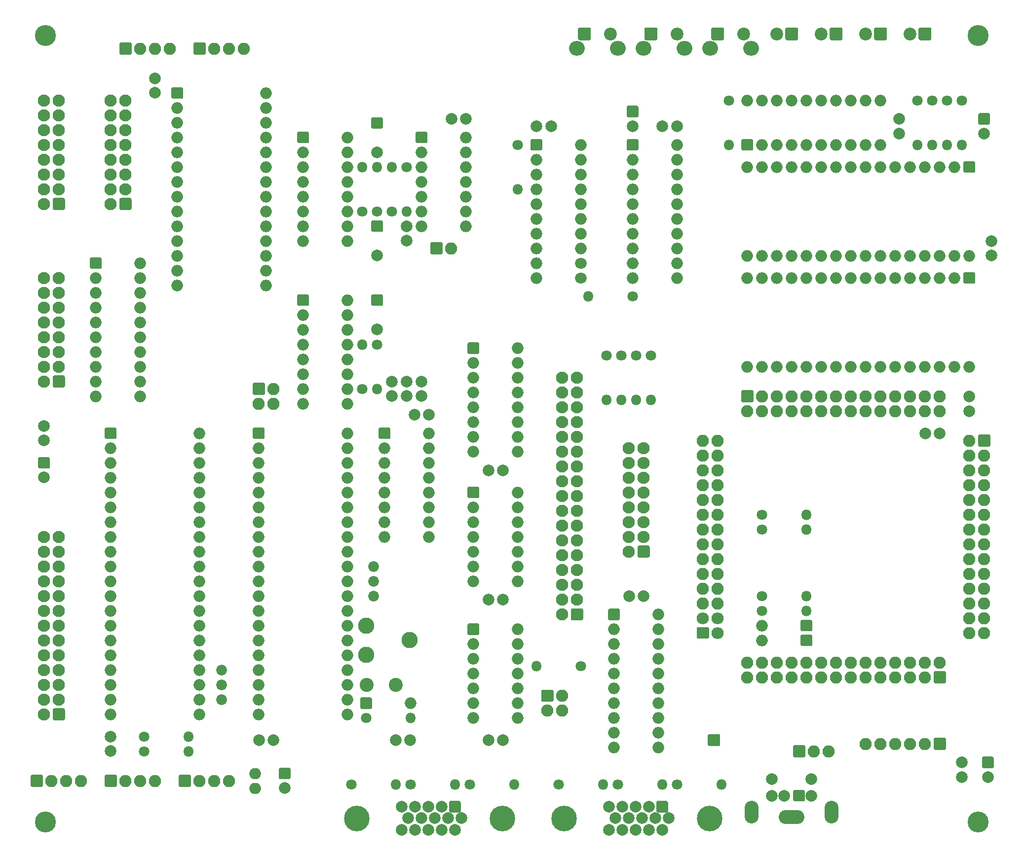
<source format=gbs>
%TF.GenerationSoftware,KiCad,Pcbnew,5.1.12-84ad8e8a86~92~ubuntu18.04.1*%
%TF.CreationDate,2022-10-23T22:52:00+01:00*%
%TF.ProjectId,nascom_ng,6e617363-6f6d-45f6-9e67-2e6b69636164,rev?*%
%TF.SameCoordinates,Original*%
%TF.FileFunction,Soldermask,Bot*%
%TF.FilePolarity,Negative*%
%FSLAX46Y46*%
G04 Gerber Fmt 4.6, Leading zero omitted, Abs format (unit mm)*
G04 Created by KiCad (PCBNEW 5.1.12-84ad8e8a86~92~ubuntu18.04.1) date 2022-10-23 22:52:00*
%MOMM*%
%LPD*%
G01*
G04 APERTURE LIST*
%ADD10O,1.800000X1.800000*%
%ADD11C,1.800000*%
%ADD12C,2.000000*%
%ADD13O,2.000000X2.000000*%
%ADD14O,2.100000X2.100000*%
%ADD15O,4.400000X2.400000*%
%ADD16O,2.400000X3.900000*%
%ADD17O,2.000000X1.839000*%
%ADD18C,2.200000*%
%ADD19O,2.700000X2.500000*%
%ADD20C,2.100000*%
%ADD21C,3.600000*%
%ADD22C,2.400000*%
%ADD23O,2.000000X1.950000*%
%ADD24C,2.800000*%
%ADD25C,1.840000*%
%ADD26C,4.400000*%
%ADD27O,2.100000X2.000000*%
G04 APERTURE END LIST*
%TO.C,J100*%
G36*
G01*
X145635000Y-148805000D02*
X145635000Y-147105000D01*
G75*
G02*
X145835000Y-146905000I200000J0D01*
G01*
X147535000Y-146905000D01*
G75*
G02*
X147735000Y-147105000I0J-200000D01*
G01*
X147735000Y-148805000D01*
G75*
G02*
X147535000Y-149005000I-200000J0D01*
G01*
X145835000Y-149005000D01*
G75*
G02*
X145635000Y-148805000I0J200000D01*
G01*
G37*
%TD*%
D10*
%TO.C,R101*%
X162560000Y-111760000D03*
D11*
X154940000Y-111760000D03*
%TD*%
D10*
%TO.C,R100*%
X162560000Y-109220000D03*
D11*
X154940000Y-109220000D03*
%TD*%
D10*
%TO.C,R102*%
X113030000Y-53340000D03*
D11*
X113030000Y-45720000D03*
%TD*%
D12*
%TO.C,C2*%
X132715000Y-42505000D03*
G36*
G01*
X131915000Y-39005000D02*
X133515000Y-39005000D01*
G75*
G02*
X133715000Y-39205000I0J-200000D01*
G01*
X133715000Y-40805000D01*
G75*
G02*
X133515000Y-41005000I-200000J0D01*
G01*
X131915000Y-41005000D01*
G75*
G02*
X131715000Y-40805000I0J200000D01*
G01*
X131715000Y-39205000D01*
G75*
G02*
X131915000Y-39005000I200000J0D01*
G01*
G37*
%TD*%
%TO.C,C3*%
X193040000Y-43775000D03*
G36*
G01*
X192240000Y-40275000D02*
X193840000Y-40275000D01*
G75*
G02*
X194040000Y-40475000I0J-200000D01*
G01*
X194040000Y-42075000D01*
G75*
G02*
X193840000Y-42275000I-200000J0D01*
G01*
X192240000Y-42275000D01*
G75*
G02*
X192040000Y-42075000I0J200000D01*
G01*
X192040000Y-40475000D01*
G75*
G02*
X192240000Y-40275000I200000J0D01*
G01*
G37*
%TD*%
D13*
%TO.C,U15*%
X113030000Y-105410000D03*
X105410000Y-120650000D03*
X113030000Y-107950000D03*
X105410000Y-118110000D03*
X113030000Y-110490000D03*
X105410000Y-115570000D03*
X113030000Y-113030000D03*
X105410000Y-113030000D03*
X113030000Y-115570000D03*
X105410000Y-110490000D03*
X113030000Y-118110000D03*
X105410000Y-107950000D03*
X113030000Y-120650000D03*
G36*
G01*
X104410000Y-106210000D02*
X104410000Y-104610000D01*
G75*
G02*
X104610000Y-104410000I200000J0D01*
G01*
X106210000Y-104410000D01*
G75*
G02*
X106410000Y-104610000I0J-200000D01*
G01*
X106410000Y-106210000D01*
G75*
G02*
X106210000Y-106410000I-200000J0D01*
G01*
X104610000Y-106410000D01*
G75*
G02*
X104410000Y-106210000I0J200000D01*
G01*
G37*
%TD*%
D12*
%TO.C,C29*%
X73025000Y-156170000D03*
G36*
G01*
X72225000Y-152670000D02*
X73825000Y-152670000D01*
G75*
G02*
X74025000Y-152870000I0J-200000D01*
G01*
X74025000Y-154470000D01*
G75*
G02*
X73825000Y-154670000I-200000J0D01*
G01*
X72225000Y-154670000D01*
G75*
G02*
X72025000Y-154470000I0J200000D01*
G01*
X72025000Y-152870000D01*
G75*
G02*
X72225000Y-152670000I200000J0D01*
G01*
G37*
%TD*%
%TO.C,C20*%
X31750000Y-102830000D03*
G36*
G01*
X30950000Y-99330000D02*
X32550000Y-99330000D01*
G75*
G02*
X32750000Y-99530000I0J-200000D01*
G01*
X32750000Y-101130000D01*
G75*
G02*
X32550000Y-101330000I-200000J0D01*
G01*
X30950000Y-101330000D01*
G75*
G02*
X30750000Y-101130000I0J200000D01*
G01*
X30750000Y-99530000D01*
G75*
G02*
X30950000Y-99330000I200000J0D01*
G01*
G37*
%TD*%
D14*
%TO.C,J15*%
X50800000Y-154940000D03*
X48260000Y-154940000D03*
X45720000Y-154940000D03*
G36*
G01*
X44030000Y-155990000D02*
X42330000Y-155990000D01*
G75*
G02*
X42130000Y-155790000I0J200000D01*
G01*
X42130000Y-154090000D01*
G75*
G02*
X42330000Y-153890000I200000J0D01*
G01*
X44030000Y-153890000D01*
G75*
G02*
X44230000Y-154090000I0J-200000D01*
G01*
X44230000Y-155790000D01*
G75*
G02*
X44030000Y-155990000I-200000J0D01*
G01*
G37*
%TD*%
D13*
%TO.C,U1*%
X69850000Y-36830000D03*
X54610000Y-69850000D03*
X69850000Y-39370000D03*
X54610000Y-67310000D03*
X69850000Y-41910000D03*
X54610000Y-64770000D03*
X69850000Y-44450000D03*
X54610000Y-62230000D03*
X69850000Y-46990000D03*
X54610000Y-59690000D03*
X69850000Y-49530000D03*
X54610000Y-57150000D03*
X69850000Y-52070000D03*
X54610000Y-54610000D03*
X69850000Y-54610000D03*
X54610000Y-52070000D03*
X69850000Y-57150000D03*
X54610000Y-49530000D03*
X69850000Y-59690000D03*
X54610000Y-46990000D03*
X69850000Y-62230000D03*
X54610000Y-44450000D03*
X69850000Y-64770000D03*
X54610000Y-41910000D03*
X69850000Y-67310000D03*
X54610000Y-39370000D03*
X69850000Y-69850000D03*
G36*
G01*
X53610000Y-37630000D02*
X53610000Y-36030000D01*
G75*
G02*
X53810000Y-35830000I200000J0D01*
G01*
X55410000Y-35830000D01*
G75*
G02*
X55610000Y-36030000I0J-200000D01*
G01*
X55610000Y-37630000D01*
G75*
G02*
X55410000Y-37830000I-200000J0D01*
G01*
X53810000Y-37830000D01*
G75*
G02*
X53610000Y-37630000I0J200000D01*
G01*
G37*
%TD*%
%TO.C,U10*%
X83820000Y-72390000D03*
X76200000Y-90170000D03*
X83820000Y-74930000D03*
X76200000Y-87630000D03*
X83820000Y-77470000D03*
X76200000Y-85090000D03*
X83820000Y-80010000D03*
X76200000Y-82550000D03*
X83820000Y-82550000D03*
X76200000Y-80010000D03*
X83820000Y-85090000D03*
X76200000Y-77470000D03*
X83820000Y-87630000D03*
X76200000Y-74930000D03*
X83820000Y-90170000D03*
G36*
G01*
X75200000Y-73190000D02*
X75200000Y-71590000D01*
G75*
G02*
X75400000Y-71390000I200000J0D01*
G01*
X77000000Y-71390000D01*
G75*
G02*
X77200000Y-71590000I0J-200000D01*
G01*
X77200000Y-73190000D01*
G75*
G02*
X77000000Y-73390000I-200000J0D01*
G01*
X75400000Y-73390000D01*
G75*
G02*
X75200000Y-73190000I0J200000D01*
G01*
G37*
%TD*%
D15*
%TO.C,J13*%
X159990000Y-161130000D03*
D12*
X156590000Y-154680000D03*
X163390000Y-154680000D03*
X156590000Y-157480000D03*
X163390000Y-157480000D03*
X158690000Y-157480000D03*
G36*
G01*
X160290000Y-158280000D02*
X160290000Y-156680000D01*
G75*
G02*
X160490000Y-156480000I200000J0D01*
G01*
X162090000Y-156480000D01*
G75*
G02*
X162290000Y-156680000I0J-200000D01*
G01*
X162290000Y-158280000D01*
G75*
G02*
X162090000Y-158480000I-200000J0D01*
G01*
X160490000Y-158480000D01*
G75*
G02*
X160290000Y-158280000I0J200000D01*
G01*
G37*
D16*
X166840000Y-160330000D03*
X153140000Y-160330000D03*
%TD*%
D10*
%TO.C,R19*%
X116205000Y-135255000D03*
D11*
X123825000Y-135255000D03*
%TD*%
D10*
%TO.C,R10*%
X125095000Y-71755000D03*
D11*
X132715000Y-71755000D03*
%TD*%
D12*
%TO.C,C12*%
X88900000Y-77390000D03*
G36*
G01*
X88100000Y-71390000D02*
X89700000Y-71390000D01*
G75*
G02*
X89900000Y-71590000I0J-200000D01*
G01*
X89900000Y-73190000D01*
G75*
G02*
X89700000Y-73390000I-200000J0D01*
G01*
X88100000Y-73390000D01*
G75*
G02*
X87900000Y-73190000I0J200000D01*
G01*
X87900000Y-71590000D01*
G75*
G02*
X88100000Y-71390000I200000J0D01*
G01*
G37*
%TD*%
D14*
%TO.C,J16*%
X63500000Y-154940000D03*
X60960000Y-154940000D03*
X58420000Y-154940000D03*
G36*
G01*
X56730000Y-155990000D02*
X55030000Y-155990000D01*
G75*
G02*
X54830000Y-155790000I0J200000D01*
G01*
X54830000Y-154090000D01*
G75*
G02*
X55030000Y-153890000I200000J0D01*
G01*
X56730000Y-153890000D01*
G75*
G02*
X56930000Y-154090000I0J-200000D01*
G01*
X56930000Y-155790000D01*
G75*
G02*
X56730000Y-155990000I-200000J0D01*
G01*
G37*
%TD*%
%TO.C,J2*%
X66040000Y-29210000D03*
X63500000Y-29210000D03*
X60960000Y-29210000D03*
G36*
G01*
X59270000Y-30260000D02*
X57570000Y-30260000D01*
G75*
G02*
X57370000Y-30060000I0J200000D01*
G01*
X57370000Y-28360000D01*
G75*
G02*
X57570000Y-28160000I200000J0D01*
G01*
X59270000Y-28160000D01*
G75*
G02*
X59470000Y-28360000I0J-200000D01*
G01*
X59470000Y-30060000D01*
G75*
G02*
X59270000Y-30260000I-200000J0D01*
G01*
G37*
%TD*%
%TO.C,J1*%
X53340000Y-29210000D03*
X50800000Y-29210000D03*
X48260000Y-29210000D03*
G36*
G01*
X46570000Y-30260000D02*
X44870000Y-30260000D01*
G75*
G02*
X44670000Y-30060000I0J200000D01*
G01*
X44670000Y-28360000D01*
G75*
G02*
X44870000Y-28160000I200000J0D01*
G01*
X46570000Y-28160000D01*
G75*
G02*
X46770000Y-28360000I0J-200000D01*
G01*
X46770000Y-30060000D01*
G75*
G02*
X46570000Y-30260000I-200000J0D01*
G01*
G37*
%TD*%
%TO.C,J14*%
X38100000Y-154940000D03*
X35560000Y-154940000D03*
X33020000Y-154940000D03*
G36*
G01*
X31330000Y-155990000D02*
X29630000Y-155990000D01*
G75*
G02*
X29430000Y-155790000I0J200000D01*
G01*
X29430000Y-154090000D01*
G75*
G02*
X29630000Y-153890000I200000J0D01*
G01*
X31330000Y-153890000D01*
G75*
G02*
X31530000Y-154090000I0J-200000D01*
G01*
X31530000Y-155790000D01*
G75*
G02*
X31330000Y-155990000I-200000J0D01*
G01*
G37*
%TD*%
D10*
%TO.C,R5*%
X149225000Y-45720000D03*
D11*
X149225000Y-38100000D03*
%TD*%
D12*
%TO.C,C5*%
X101640000Y-41275000D03*
X104140000Y-41275000D03*
%TD*%
D13*
%TO.C,U6*%
X123825000Y-45720000D03*
X116205000Y-68580000D03*
X123825000Y-48260000D03*
X116205000Y-66040000D03*
X123825000Y-50800000D03*
X116205000Y-63500000D03*
X123825000Y-53340000D03*
X116205000Y-60960000D03*
X123825000Y-55880000D03*
X116205000Y-58420000D03*
X123825000Y-58420000D03*
X116205000Y-55880000D03*
X123825000Y-60960000D03*
X116205000Y-53340000D03*
X123825000Y-63500000D03*
X116205000Y-50800000D03*
D17*
X123825000Y-66040000D03*
D13*
X116205000Y-48260000D03*
D17*
X123825000Y-68580000D03*
G36*
G01*
X115205000Y-46520000D02*
X115205000Y-44920000D01*
G75*
G02*
X115405000Y-44720000I200000J0D01*
G01*
X117005000Y-44720000D01*
G75*
G02*
X117205000Y-44920000I0J-200000D01*
G01*
X117205000Y-46520000D01*
G75*
G02*
X117005000Y-46720000I-200000J0D01*
G01*
X115405000Y-46720000D01*
G75*
G02*
X115205000Y-46520000I0J200000D01*
G01*
G37*
%TD*%
D13*
%TO.C,U5*%
X140335000Y-45720000D03*
X132715000Y-68580000D03*
X140335000Y-48260000D03*
X132715000Y-66040000D03*
X140335000Y-50800000D03*
X132715000Y-63500000D03*
X140335000Y-53340000D03*
X132715000Y-60960000D03*
X140335000Y-55880000D03*
X132715000Y-58420000D03*
X140335000Y-58420000D03*
X132715000Y-55880000D03*
X140335000Y-60960000D03*
X132715000Y-53340000D03*
X140335000Y-63500000D03*
X132715000Y-50800000D03*
X140335000Y-66040000D03*
X132715000Y-48260000D03*
X140335000Y-68580000D03*
G36*
G01*
X131715000Y-46520000D02*
X131715000Y-44920000D01*
G75*
G02*
X131915000Y-44720000I200000J0D01*
G01*
X133515000Y-44720000D01*
G75*
G02*
X133715000Y-44920000I0J-200000D01*
G01*
X133715000Y-46520000D01*
G75*
G02*
X133515000Y-46720000I-200000J0D01*
G01*
X131915000Y-46720000D01*
G75*
G02*
X131715000Y-46520000I0J200000D01*
G01*
G37*
%TD*%
%TO.C,U16*%
X137160000Y-126365000D03*
X129540000Y-149225000D03*
X137160000Y-128905000D03*
X129540000Y-146685000D03*
X137160000Y-131445000D03*
X129540000Y-144145000D03*
X137160000Y-133985000D03*
X129540000Y-141605000D03*
X137160000Y-136525000D03*
X129540000Y-139065000D03*
X137160000Y-139065000D03*
X129540000Y-136525000D03*
X137160000Y-141605000D03*
X129540000Y-133985000D03*
X137160000Y-144145000D03*
X129540000Y-131445000D03*
X137160000Y-146685000D03*
X129540000Y-128905000D03*
X137160000Y-149225000D03*
G36*
G01*
X128540000Y-127165000D02*
X128540000Y-125565000D01*
G75*
G02*
X128740000Y-125365000I200000J0D01*
G01*
X130340000Y-125365000D01*
G75*
G02*
X130540000Y-125565000I0J-200000D01*
G01*
X130540000Y-127165000D01*
G75*
G02*
X130340000Y-127365000I-200000J0D01*
G01*
X128740000Y-127365000D01*
G75*
G02*
X128540000Y-127165000I0J200000D01*
G01*
G37*
%TD*%
%TO.C,SW1*%
G36*
G01*
X123360000Y-27570000D02*
X123360000Y-25770000D01*
G75*
G02*
X123560000Y-25570000I200000J0D01*
G01*
X125360000Y-25570000D01*
G75*
G02*
X125560000Y-25770000I0J-200000D01*
G01*
X125560000Y-27570000D01*
G75*
G02*
X125360000Y-27770000I-200000J0D01*
G01*
X123560000Y-27770000D01*
G75*
G02*
X123360000Y-27570000I0J200000D01*
G01*
G37*
D18*
X128960000Y-26670000D03*
D19*
X123210000Y-29170000D03*
X130210000Y-29170000D03*
%TD*%
%TO.C,SW2*%
G36*
G01*
X134770000Y-27570000D02*
X134770000Y-25770000D01*
G75*
G02*
X134970000Y-25570000I200000J0D01*
G01*
X136770000Y-25570000D01*
G75*
G02*
X136970000Y-25770000I0J-200000D01*
G01*
X136970000Y-27570000D01*
G75*
G02*
X136770000Y-27770000I-200000J0D01*
G01*
X134970000Y-27770000D01*
G75*
G02*
X134770000Y-27570000I0J200000D01*
G01*
G37*
D18*
X140370000Y-26670000D03*
D19*
X134620000Y-29170000D03*
X141620000Y-29170000D03*
%TD*%
%TO.C,SW3*%
G36*
G01*
X146220000Y-27570000D02*
X146220000Y-25770000D01*
G75*
G02*
X146420000Y-25570000I200000J0D01*
G01*
X148220000Y-25570000D01*
G75*
G02*
X148420000Y-25770000I0J-200000D01*
G01*
X148420000Y-27570000D01*
G75*
G02*
X148220000Y-27770000I-200000J0D01*
G01*
X146420000Y-27770000D01*
G75*
G02*
X146220000Y-27570000I0J200000D01*
G01*
G37*
D18*
X151820000Y-26670000D03*
D19*
X146070000Y-29170000D03*
X153070000Y-29170000D03*
%TD*%
D20*
%TO.C,J11*%
X132080000Y-97790000D03*
X132080000Y-100330000D03*
X132080000Y-102870000D03*
X132080000Y-105410000D03*
X132080000Y-107950000D03*
X132080000Y-110490000D03*
X132080000Y-113030000D03*
X132080000Y-115570000D03*
X134620000Y-97790000D03*
X134620000Y-100330000D03*
X134620000Y-102870000D03*
X134620000Y-105410000D03*
X134620000Y-107950000D03*
X134620000Y-110490000D03*
X134620000Y-113030000D03*
G36*
G01*
X135670000Y-114828823D02*
X135670000Y-116311177D01*
G75*
G02*
X135361177Y-116620000I-308823J0D01*
G01*
X133878823Y-116620000D01*
G75*
G02*
X133570000Y-116311177I0J308823D01*
G01*
X133570000Y-114828823D01*
G75*
G02*
X133878823Y-114520000I308823J0D01*
G01*
X135361177Y-114520000D01*
G75*
G02*
X135670000Y-114828823I0J-308823D01*
G01*
G37*
%TD*%
D21*
%TO.C,H4*%
X192000000Y-162000000D03*
%TD*%
%TO.C,H2*%
X192000000Y-27000000D03*
%TD*%
%TO.C,H3*%
X32000000Y-162000000D03*
%TD*%
%TO.C,H1*%
X32000000Y-27000000D03*
%TD*%
D13*
%TO.C,U9*%
X190500000Y-83820000D03*
X152400000Y-68580000D03*
X187960000Y-83820000D03*
X154940000Y-68580000D03*
X185420000Y-83820000D03*
X157480000Y-68580000D03*
X182880000Y-83820000D03*
X160020000Y-68580000D03*
X180340000Y-83820000D03*
X162560000Y-68580000D03*
X177800000Y-83820000D03*
X165100000Y-68580000D03*
X175260000Y-83820000D03*
X167640000Y-68580000D03*
X172720000Y-83820000D03*
X170180000Y-68580000D03*
X170180000Y-83820000D03*
X172720000Y-68580000D03*
X167640000Y-83820000D03*
X175260000Y-68580000D03*
X165100000Y-83820000D03*
X177800000Y-68580000D03*
X162560000Y-83820000D03*
X180340000Y-68580000D03*
X160020000Y-83820000D03*
X182880000Y-68580000D03*
X157480000Y-83820000D03*
X185420000Y-68580000D03*
X154940000Y-83820000D03*
X187960000Y-68580000D03*
X152400000Y-83820000D03*
G36*
G01*
X189700000Y-67580000D02*
X191300000Y-67580000D01*
G75*
G02*
X191500000Y-67780000I0J-200000D01*
G01*
X191500000Y-69380000D01*
G75*
G02*
X191300000Y-69580000I-200000J0D01*
G01*
X189700000Y-69580000D01*
G75*
G02*
X189500000Y-69380000I0J200000D01*
G01*
X189500000Y-67780000D01*
G75*
G02*
X189700000Y-67580000I200000J0D01*
G01*
G37*
%TD*%
D10*
%TO.C,R17*%
X162560000Y-123190000D03*
D11*
X154940000Y-123190000D03*
%TD*%
D10*
%TO.C,R18*%
X162560000Y-125730000D03*
D11*
X154940000Y-125730000D03*
%TD*%
D13*
%TO.C,D5*%
X154940000Y-128270000D03*
G36*
G01*
X163560000Y-127470000D02*
X163560000Y-129070000D01*
G75*
G02*
X163360000Y-129270000I-200000J0D01*
G01*
X161760000Y-129270000D01*
G75*
G02*
X161560000Y-129070000I0J200000D01*
G01*
X161560000Y-127470000D01*
G75*
G02*
X161760000Y-127270000I200000J0D01*
G01*
X163360000Y-127270000D01*
G75*
G02*
X163560000Y-127470000I0J-200000D01*
G01*
G37*
%TD*%
%TO.C,D6*%
X154940000Y-130810000D03*
G36*
G01*
X163560000Y-130010000D02*
X163560000Y-131610000D01*
G75*
G02*
X163360000Y-131810000I-200000J0D01*
G01*
X161760000Y-131810000D01*
G75*
G02*
X161560000Y-131610000I0J200000D01*
G01*
X161560000Y-130010000D01*
G75*
G02*
X161760000Y-129810000I200000J0D01*
G01*
X163360000Y-129810000D01*
G75*
G02*
X163560000Y-130010000I0J-200000D01*
G01*
G37*
%TD*%
D10*
%TO.C,R1*%
X189230000Y-45720000D03*
D11*
X189230000Y-38100000D03*
%TD*%
D18*
%TO.C,D4*%
X180340000Y-26670000D03*
G36*
G01*
X183980000Y-25770000D02*
X183980000Y-27570000D01*
G75*
G02*
X183780000Y-27770000I-200000J0D01*
G01*
X181980000Y-27770000D01*
G75*
G02*
X181780000Y-27570000I0J200000D01*
G01*
X181780000Y-25770000D01*
G75*
G02*
X181980000Y-25570000I200000J0D01*
G01*
X183780000Y-25570000D01*
G75*
G02*
X183980000Y-25770000I0J-200000D01*
G01*
G37*
%TD*%
D10*
%TO.C,R22*%
X56515000Y-149860000D03*
D11*
X48895000Y-149860000D03*
%TD*%
D13*
%TO.C,U7*%
X190500000Y-64770000D03*
X152400000Y-49530000D03*
X187960000Y-64770000D03*
X154940000Y-49530000D03*
X185420000Y-64770000D03*
X157480000Y-49530000D03*
X182880000Y-64770000D03*
X160020000Y-49530000D03*
X180340000Y-64770000D03*
X162560000Y-49530000D03*
X177800000Y-64770000D03*
X165100000Y-49530000D03*
X175260000Y-64770000D03*
X167640000Y-49530000D03*
X172720000Y-64770000D03*
X170180000Y-49530000D03*
X170180000Y-64770000D03*
X172720000Y-49530000D03*
X167640000Y-64770000D03*
X175260000Y-49530000D03*
X165100000Y-64770000D03*
X177800000Y-49530000D03*
X162560000Y-64770000D03*
X180340000Y-49530000D03*
X160020000Y-64770000D03*
X182880000Y-49530000D03*
X157480000Y-64770000D03*
X185420000Y-49530000D03*
X154940000Y-64770000D03*
X187960000Y-49530000D03*
X152400000Y-64770000D03*
G36*
G01*
X189700000Y-48530000D02*
X191300000Y-48530000D01*
G75*
G02*
X191500000Y-48730000I0J-200000D01*
G01*
X191500000Y-50330000D01*
G75*
G02*
X191300000Y-50530000I-200000J0D01*
G01*
X189700000Y-50530000D01*
G75*
G02*
X189500000Y-50330000I0J200000D01*
G01*
X189500000Y-48730000D01*
G75*
G02*
X189700000Y-48530000I200000J0D01*
G01*
G37*
%TD*%
%TO.C,J19*%
G36*
G01*
X184570000Y-147540000D02*
X186270000Y-147540000D01*
G75*
G02*
X186470000Y-147740000I0J-200000D01*
G01*
X186470000Y-149440000D01*
G75*
G02*
X186270000Y-149640000I-200000J0D01*
G01*
X184570000Y-149640000D01*
G75*
G02*
X184370000Y-149440000I0J200000D01*
G01*
X184370000Y-147740000D01*
G75*
G02*
X184570000Y-147540000I200000J0D01*
G01*
G37*
D14*
X182880000Y-148590000D03*
X180340000Y-148590000D03*
X177800000Y-148590000D03*
X175260000Y-148590000D03*
X172720000Y-148590000D03*
%TD*%
D12*
%TO.C,C8*%
X88900000Y-46990000D03*
G36*
G01*
X88100000Y-40990000D02*
X89700000Y-40990000D01*
G75*
G02*
X89900000Y-41190000I0J-200000D01*
G01*
X89900000Y-42790000D01*
G75*
G02*
X89700000Y-42990000I-200000J0D01*
G01*
X88100000Y-42990000D01*
G75*
G02*
X87900000Y-42790000I0J200000D01*
G01*
X87900000Y-41190000D01*
G75*
G02*
X88100000Y-40990000I200000J0D01*
G01*
G37*
%TD*%
%TO.C,C10*%
X88900000Y-64690000D03*
G36*
G01*
X88100000Y-58690000D02*
X89700000Y-58690000D01*
G75*
G02*
X89900000Y-58890000I0J-200000D01*
G01*
X89900000Y-60490000D01*
G75*
G02*
X89700000Y-60690000I-200000J0D01*
G01*
X88100000Y-60690000D01*
G75*
G02*
X87900000Y-60490000I0J200000D01*
G01*
X87900000Y-58890000D01*
G75*
G02*
X88100000Y-58690000I200000J0D01*
G01*
G37*
%TD*%
D22*
%TO.C,C24*%
X87075000Y-138430000D03*
X92075000Y-138430000D03*
%TD*%
D12*
%TO.C,C32*%
X193675000Y-154265000D03*
G36*
G01*
X192875000Y-150765000D02*
X194475000Y-150765000D01*
G75*
G02*
X194675000Y-150965000I0J-200000D01*
G01*
X194675000Y-152565000D01*
G75*
G02*
X194475000Y-152765000I-200000J0D01*
G01*
X192875000Y-152765000D01*
G75*
G02*
X192675000Y-152565000I0J200000D01*
G01*
X192675000Y-150965000D01*
G75*
G02*
X192875000Y-150765000I200000J0D01*
G01*
G37*
%TD*%
%TO.C,C13*%
X93980000Y-88860000D03*
X93980000Y-86360000D03*
%TD*%
%TO.C,C21*%
X107990000Y-101600000D03*
X110490000Y-101600000D03*
%TD*%
%TO.C,C14*%
X96520000Y-88860000D03*
X96520000Y-86360000D03*
%TD*%
%TO.C,C23*%
X107990000Y-123825000D03*
X110490000Y-123825000D03*
%TD*%
%TO.C,C28*%
X107990000Y-147955000D03*
X110490000Y-147955000D03*
%TD*%
D23*
%TO.C,C31*%
X67945000Y-156210000D03*
X67945000Y-153710000D03*
%TD*%
D12*
%TO.C,C27*%
X94575000Y-147955000D03*
X92075000Y-147955000D03*
%TD*%
%TO.C,C1*%
X50800000Y-36790000D03*
X50800000Y-34290000D03*
%TD*%
%TO.C,C26*%
X68620000Y-147955000D03*
X71120000Y-147955000D03*
%TD*%
%TO.C,C16*%
X31750000Y-96480000D03*
X31750000Y-93980000D03*
%TD*%
%TO.C,C9*%
X93980000Y-62190000D03*
X93980000Y-59690000D03*
%TD*%
%TO.C,C33*%
X43180000Y-147320000D03*
X43180000Y-149820000D03*
%TD*%
%TO.C,C18*%
X95290000Y-92075000D03*
X97790000Y-92075000D03*
%TD*%
%TO.C,C19*%
X182920000Y-95250000D03*
X185420000Y-95250000D03*
%TD*%
%TO.C,C6*%
X116245000Y-42545000D03*
X118745000Y-42545000D03*
%TD*%
%TO.C,C30*%
X189230000Y-154265000D03*
X189230000Y-151765000D03*
%TD*%
%TO.C,C17*%
X190500000Y-88940000D03*
X190500000Y-91440000D03*
%TD*%
%TO.C,C22*%
X132120000Y-123190000D03*
X134620000Y-123190000D03*
%TD*%
%TO.C,C4*%
X178435000Y-43775000D03*
X178435000Y-41275000D03*
%TD*%
%TO.C,C11*%
X194310000Y-62230000D03*
X194310000Y-64730000D03*
%TD*%
%TO.C,C7*%
X137835000Y-42545000D03*
X140335000Y-42545000D03*
%TD*%
D24*
%TO.C,C25*%
X86995000Y-133273800D03*
X94495000Y-130770000D03*
X86995000Y-128270000D03*
%TD*%
D25*
%TO.C,RV1*%
X88265000Y-123190000D03*
X88265000Y-120650000D03*
X88265000Y-118110000D03*
%TD*%
%TO.C,RV2*%
X62230000Y-140970000D03*
X62230000Y-138430000D03*
X62230000Y-135890000D03*
%TD*%
D20*
%TO.C,J20*%
X120650000Y-85725000D03*
X120650000Y-88265000D03*
X120650000Y-90805000D03*
X120650000Y-93345000D03*
X120650000Y-95885000D03*
X120650000Y-98425000D03*
X120650000Y-100965000D03*
X120650000Y-103505000D03*
X120650000Y-106045000D03*
X120650000Y-108585000D03*
X120650000Y-111125000D03*
X120650000Y-113665000D03*
X120650000Y-116205000D03*
X120650000Y-118745000D03*
X120650000Y-121285000D03*
X120650000Y-123825000D03*
X120650000Y-126365000D03*
X123190000Y-85725000D03*
X123190000Y-88265000D03*
X123190000Y-90805000D03*
X123190000Y-93345000D03*
X123190000Y-95885000D03*
X123190000Y-98425000D03*
X123190000Y-100965000D03*
X123190000Y-103505000D03*
X123190000Y-106045000D03*
X123190000Y-108585000D03*
X123190000Y-111125000D03*
X123190000Y-113665000D03*
X123190000Y-116205000D03*
X123190000Y-118745000D03*
X123190000Y-121285000D03*
X123190000Y-123825000D03*
G36*
G01*
X124240000Y-125623823D02*
X124240000Y-127106177D01*
G75*
G02*
X123931177Y-127415000I-308823J0D01*
G01*
X122448823Y-127415000D01*
G75*
G02*
X122140000Y-127106177I0J308823D01*
G01*
X122140000Y-125623823D01*
G75*
G02*
X122448823Y-125315000I308823J0D01*
G01*
X123931177Y-125315000D01*
G75*
G02*
X124240000Y-125623823I0J-308823D01*
G01*
G37*
%TD*%
%TO.C,J4*%
X43180000Y-38100000D03*
X43180000Y-40640000D03*
X43180000Y-43180000D03*
X43180000Y-45720000D03*
X43180000Y-48260000D03*
X43180000Y-50800000D03*
X43180000Y-53340000D03*
X43180000Y-55880000D03*
X45720000Y-38100000D03*
X45720000Y-40640000D03*
X45720000Y-43180000D03*
X45720000Y-45720000D03*
X45720000Y-48260000D03*
X45720000Y-50800000D03*
X45720000Y-53340000D03*
G36*
G01*
X46770000Y-55138823D02*
X46770000Y-56621177D01*
G75*
G02*
X46461177Y-56930000I-308823J0D01*
G01*
X44978823Y-56930000D01*
G75*
G02*
X44670000Y-56621177I0J308823D01*
G01*
X44670000Y-55138823D01*
G75*
G02*
X44978823Y-54830000I308823J0D01*
G01*
X46461177Y-54830000D01*
G75*
G02*
X46770000Y-55138823I0J-308823D01*
G01*
G37*
%TD*%
%TO.C,PL4*%
X31750000Y-113030000D03*
X31750000Y-115570000D03*
X31750000Y-118110000D03*
X31750000Y-120650000D03*
X31750000Y-123190000D03*
X31750000Y-125730000D03*
X31750000Y-128270000D03*
X31750000Y-130810000D03*
X31750000Y-133350000D03*
X31750000Y-135890000D03*
X31750000Y-138430000D03*
X31750000Y-140970000D03*
X31750000Y-143510000D03*
X34290000Y-113030000D03*
X34290000Y-115570000D03*
X34290000Y-118110000D03*
X34290000Y-120650000D03*
X34290000Y-123190000D03*
X34290000Y-125730000D03*
X34290000Y-128270000D03*
X34290000Y-130810000D03*
X34290000Y-133350000D03*
X34290000Y-135890000D03*
X34290000Y-138430000D03*
X34290000Y-140970000D03*
G36*
G01*
X35340000Y-142768823D02*
X35340000Y-144251177D01*
G75*
G02*
X35031177Y-144560000I-308823J0D01*
G01*
X33548823Y-144560000D01*
G75*
G02*
X33240000Y-144251177I0J308823D01*
G01*
X33240000Y-142768823D01*
G75*
G02*
X33548823Y-142460000I308823J0D01*
G01*
X35031177Y-142460000D01*
G75*
G02*
X35340000Y-142768823I0J-308823D01*
G01*
G37*
%TD*%
%TO.C,PL3*%
X31750000Y-68580000D03*
X31750000Y-71120000D03*
X31750000Y-73660000D03*
X31750000Y-76200000D03*
X31750000Y-78740000D03*
X31750000Y-81280000D03*
X31750000Y-83820000D03*
X31750000Y-86360000D03*
X34290000Y-68580000D03*
X34290000Y-71120000D03*
X34290000Y-73660000D03*
X34290000Y-76200000D03*
X34290000Y-78740000D03*
X34290000Y-81280000D03*
X34290000Y-83820000D03*
G36*
G01*
X35340000Y-85618823D02*
X35340000Y-87101177D01*
G75*
G02*
X35031177Y-87410000I-308823J0D01*
G01*
X33548823Y-87410000D01*
G75*
G02*
X33240000Y-87101177I0J308823D01*
G01*
X33240000Y-85618823D01*
G75*
G02*
X33548823Y-85310000I308823J0D01*
G01*
X35031177Y-85310000D01*
G75*
G02*
X35340000Y-85618823I0J-308823D01*
G01*
G37*
%TD*%
%TO.C,PL2*%
X31750000Y-38100000D03*
X31750000Y-40640000D03*
X31750000Y-43180000D03*
X31750000Y-45720000D03*
X31750000Y-48260000D03*
X31750000Y-50800000D03*
X31750000Y-53340000D03*
X31750000Y-55880000D03*
X34290000Y-38100000D03*
X34290000Y-40640000D03*
X34290000Y-43180000D03*
X34290000Y-45720000D03*
X34290000Y-48260000D03*
X34290000Y-50800000D03*
X34290000Y-53340000D03*
G36*
G01*
X35340000Y-55138823D02*
X35340000Y-56621177D01*
G75*
G02*
X35031177Y-56930000I-308823J0D01*
G01*
X33548823Y-56930000D01*
G75*
G02*
X33240000Y-56621177I0J308823D01*
G01*
X33240000Y-55138823D01*
G75*
G02*
X33548823Y-54830000I308823J0D01*
G01*
X35031177Y-54830000D01*
G75*
G02*
X35340000Y-55138823I0J-308823D01*
G01*
G37*
%TD*%
D13*
%TO.C,U3*%
X83820000Y-44450000D03*
X76200000Y-62230000D03*
X83820000Y-46990000D03*
X76200000Y-59690000D03*
X83820000Y-49530000D03*
X76200000Y-57150000D03*
X83820000Y-52070000D03*
X76200000Y-54610000D03*
X83820000Y-54610000D03*
X76200000Y-52070000D03*
X83820000Y-57150000D03*
X76200000Y-49530000D03*
X83820000Y-59690000D03*
X76200000Y-46990000D03*
X83820000Y-62230000D03*
G36*
G01*
X75200000Y-45250000D02*
X75200000Y-43650000D01*
G75*
G02*
X75400000Y-43450000I200000J0D01*
G01*
X77000000Y-43450000D01*
G75*
G02*
X77200000Y-43650000I0J-200000D01*
G01*
X77200000Y-45250000D01*
G75*
G02*
X77000000Y-45450000I-200000J0D01*
G01*
X75400000Y-45450000D01*
G75*
G02*
X75200000Y-45250000I0J200000D01*
G01*
G37*
%TD*%
%TO.C,U4*%
X104140000Y-44450000D03*
X96520000Y-59690000D03*
X104140000Y-46990000D03*
X96520000Y-57150000D03*
X104140000Y-49530000D03*
X96520000Y-54610000D03*
X104140000Y-52070000D03*
X96520000Y-52070000D03*
X104140000Y-54610000D03*
X96520000Y-49530000D03*
X104140000Y-57150000D03*
X96520000Y-46990000D03*
X104140000Y-59690000D03*
G36*
G01*
X95520000Y-45250000D02*
X95520000Y-43650000D01*
G75*
G02*
X95720000Y-43450000I200000J0D01*
G01*
X97320000Y-43450000D01*
G75*
G02*
X97520000Y-43650000I0J-200000D01*
G01*
X97520000Y-45250000D01*
G75*
G02*
X97320000Y-45450000I-200000J0D01*
G01*
X95720000Y-45450000D01*
G75*
G02*
X95520000Y-45250000I0J200000D01*
G01*
G37*
%TD*%
%TO.C,U14*%
X97790000Y-95250000D03*
X90170000Y-113030000D03*
X97790000Y-97790000D03*
X90170000Y-110490000D03*
X97790000Y-100330000D03*
X90170000Y-107950000D03*
X97790000Y-102870000D03*
X90170000Y-105410000D03*
X97790000Y-105410000D03*
X90170000Y-102870000D03*
X97790000Y-107950000D03*
X90170000Y-100330000D03*
X97790000Y-110490000D03*
X90170000Y-97790000D03*
X97790000Y-113030000D03*
G36*
G01*
X89170000Y-96050000D02*
X89170000Y-94450000D01*
G75*
G02*
X89370000Y-94250000I200000J0D01*
G01*
X90970000Y-94250000D01*
G75*
G02*
X91170000Y-94450000I0J-200000D01*
G01*
X91170000Y-96050000D01*
G75*
G02*
X90970000Y-96250000I-200000J0D01*
G01*
X89370000Y-96250000D01*
G75*
G02*
X89170000Y-96050000I0J200000D01*
G01*
G37*
%TD*%
%TO.C,U17*%
X113030000Y-128905000D03*
X105410000Y-144145000D03*
X113030000Y-131445000D03*
X105410000Y-141605000D03*
X113030000Y-133985000D03*
X105410000Y-139065000D03*
X113030000Y-136525000D03*
X105410000Y-136525000D03*
X113030000Y-139065000D03*
X105410000Y-133985000D03*
X113030000Y-141605000D03*
X105410000Y-131445000D03*
X113030000Y-144145000D03*
G36*
G01*
X104410000Y-129705000D02*
X104410000Y-128105000D01*
G75*
G02*
X104610000Y-127905000I200000J0D01*
G01*
X106210000Y-127905000D01*
G75*
G02*
X106410000Y-128105000I0J-200000D01*
G01*
X106410000Y-129705000D01*
G75*
G02*
X106210000Y-129905000I-200000J0D01*
G01*
X104610000Y-129905000D01*
G75*
G02*
X104410000Y-129705000I0J200000D01*
G01*
G37*
%TD*%
%TO.C,U8*%
X48260000Y-66040000D03*
X40640000Y-88900000D03*
X48260000Y-68580000D03*
X40640000Y-86360000D03*
X48260000Y-71120000D03*
X40640000Y-83820000D03*
X48260000Y-73660000D03*
X40640000Y-81280000D03*
X48260000Y-76200000D03*
X40640000Y-78740000D03*
X48260000Y-78740000D03*
X40640000Y-76200000D03*
X48260000Y-81280000D03*
X40640000Y-73660000D03*
X48260000Y-83820000D03*
X40640000Y-71120000D03*
X48260000Y-86360000D03*
X40640000Y-68580000D03*
X48260000Y-88900000D03*
G36*
G01*
X39640000Y-66840000D02*
X39640000Y-65240000D01*
G75*
G02*
X39840000Y-65040000I200000J0D01*
G01*
X41440000Y-65040000D01*
G75*
G02*
X41640000Y-65240000I0J-200000D01*
G01*
X41640000Y-66840000D01*
G75*
G02*
X41440000Y-67040000I-200000J0D01*
G01*
X39840000Y-67040000D01*
G75*
G02*
X39640000Y-66840000I0J200000D01*
G01*
G37*
%TD*%
%TO.C,U11*%
X113030000Y-80645000D03*
X105410000Y-98425000D03*
X113030000Y-83185000D03*
X105410000Y-95885000D03*
X113030000Y-85725000D03*
X105410000Y-93345000D03*
X113030000Y-88265000D03*
X105410000Y-90805000D03*
X113030000Y-90805000D03*
X105410000Y-88265000D03*
X113030000Y-93345000D03*
X105410000Y-85725000D03*
X113030000Y-95885000D03*
X105410000Y-83185000D03*
X113030000Y-98425000D03*
G36*
G01*
X104410000Y-81445000D02*
X104410000Y-79845000D01*
G75*
G02*
X104610000Y-79645000I200000J0D01*
G01*
X106210000Y-79645000D01*
G75*
G02*
X106410000Y-79845000I0J-200000D01*
G01*
X106410000Y-81445000D01*
G75*
G02*
X106210000Y-81645000I-200000J0D01*
G01*
X104610000Y-81645000D01*
G75*
G02*
X104410000Y-81445000I0J200000D01*
G01*
G37*
%TD*%
%TO.C,U2*%
X152400000Y-38100000D03*
X175260000Y-45720000D03*
X154940000Y-38100000D03*
X172720000Y-45720000D03*
X157480000Y-38100000D03*
X170180000Y-45720000D03*
X160020000Y-38100000D03*
X167640000Y-45720000D03*
X162560000Y-38100000D03*
X165100000Y-45720000D03*
X165100000Y-38100000D03*
X162560000Y-45720000D03*
X167640000Y-38100000D03*
X160020000Y-45720000D03*
X170180000Y-38100000D03*
X157480000Y-45720000D03*
X172720000Y-38100000D03*
X154940000Y-45720000D03*
X175260000Y-38100000D03*
G36*
G01*
X153200000Y-46720000D02*
X151600000Y-46720000D01*
G75*
G02*
X151400000Y-46520000I0J200000D01*
G01*
X151400000Y-44920000D01*
G75*
G02*
X151600000Y-44720000I200000J0D01*
G01*
X153200000Y-44720000D01*
G75*
G02*
X153400000Y-44920000I0J-200000D01*
G01*
X153400000Y-46520000D01*
G75*
G02*
X153200000Y-46720000I-200000J0D01*
G01*
G37*
%TD*%
%TO.C,U13*%
X83820000Y-95250000D03*
X68580000Y-143510000D03*
X83820000Y-97790000D03*
X68580000Y-140970000D03*
X83820000Y-100330000D03*
X68580000Y-138430000D03*
X83820000Y-102870000D03*
X68580000Y-135890000D03*
X83820000Y-105410000D03*
X68580000Y-133350000D03*
X83820000Y-107950000D03*
X68580000Y-130810000D03*
X83820000Y-110490000D03*
X68580000Y-128270000D03*
X83820000Y-113030000D03*
X68580000Y-125730000D03*
X83820000Y-115570000D03*
X68580000Y-123190000D03*
X83820000Y-118110000D03*
X68580000Y-120650000D03*
X83820000Y-120650000D03*
X68580000Y-118110000D03*
X83820000Y-123190000D03*
X68580000Y-115570000D03*
X83820000Y-125730000D03*
X68580000Y-113030000D03*
X83820000Y-128270000D03*
X68580000Y-110490000D03*
X83820000Y-130810000D03*
X68580000Y-107950000D03*
X83820000Y-133350000D03*
X68580000Y-105410000D03*
X83820000Y-135890000D03*
X68580000Y-102870000D03*
X83820000Y-138430000D03*
X68580000Y-100330000D03*
X83820000Y-140970000D03*
X68580000Y-97790000D03*
X83820000Y-143510000D03*
G36*
G01*
X67580000Y-96050000D02*
X67580000Y-94450000D01*
G75*
G02*
X67780000Y-94250000I200000J0D01*
G01*
X69380000Y-94250000D01*
G75*
G02*
X69580000Y-94450000I0J-200000D01*
G01*
X69580000Y-96050000D01*
G75*
G02*
X69380000Y-96250000I-200000J0D01*
G01*
X67780000Y-96250000D01*
G75*
G02*
X67580000Y-96050000I0J200000D01*
G01*
G37*
%TD*%
%TO.C,U12*%
X58420000Y-95250000D03*
X43180000Y-143510000D03*
X58420000Y-97790000D03*
X43180000Y-140970000D03*
X58420000Y-100330000D03*
X43180000Y-138430000D03*
X58420000Y-102870000D03*
X43180000Y-135890000D03*
X58420000Y-105410000D03*
X43180000Y-133350000D03*
X58420000Y-107950000D03*
X43180000Y-130810000D03*
X58420000Y-110490000D03*
X43180000Y-128270000D03*
X58420000Y-113030000D03*
X43180000Y-125730000D03*
X58420000Y-115570000D03*
X43180000Y-123190000D03*
X58420000Y-118110000D03*
X43180000Y-120650000D03*
X58420000Y-120650000D03*
X43180000Y-118110000D03*
X58420000Y-123190000D03*
X43180000Y-115570000D03*
X58420000Y-125730000D03*
X43180000Y-113030000D03*
X58420000Y-128270000D03*
X43180000Y-110490000D03*
X58420000Y-130810000D03*
X43180000Y-107950000D03*
X58420000Y-133350000D03*
X43180000Y-105410000D03*
X58420000Y-135890000D03*
X43180000Y-102870000D03*
X58420000Y-138430000D03*
X43180000Y-100330000D03*
X58420000Y-140970000D03*
X43180000Y-97790000D03*
X58420000Y-143510000D03*
G36*
G01*
X42180000Y-96050000D02*
X42180000Y-94450000D01*
G75*
G02*
X42380000Y-94250000I200000J0D01*
G01*
X43980000Y-94250000D01*
G75*
G02*
X44180000Y-94450000I0J-200000D01*
G01*
X44180000Y-96050000D01*
G75*
G02*
X43980000Y-96250000I-200000J0D01*
G01*
X42380000Y-96250000D01*
G75*
G02*
X42180000Y-96050000I0J200000D01*
G01*
G37*
%TD*%
D10*
%TO.C,R7*%
X91440000Y-49530000D03*
D11*
X91440000Y-57150000D03*
%TD*%
D10*
%TO.C,R9*%
X88900000Y-49530000D03*
D11*
X88900000Y-57150000D03*
%TD*%
D10*
%TO.C,R8*%
X86360000Y-49530000D03*
D11*
X86360000Y-57150000D03*
%TD*%
D10*
%TO.C,R6*%
X93980000Y-57150000D03*
D11*
X93980000Y-49530000D03*
%TD*%
D10*
%TO.C,R16*%
X86360000Y-80010000D03*
D11*
X86360000Y-87630000D03*
%TD*%
D10*
%TO.C,R11*%
X88900000Y-87630000D03*
D11*
X88900000Y-80010000D03*
%TD*%
D10*
%TO.C,R20*%
X94615000Y-144145000D03*
D11*
X86995000Y-144145000D03*
%TD*%
D10*
%TO.C,R13*%
X130810000Y-89535000D03*
D11*
X130810000Y-81915000D03*
%TD*%
D10*
%TO.C,R15*%
X135890000Y-89535000D03*
D11*
X135890000Y-81915000D03*
%TD*%
D10*
%TO.C,R12*%
X128270000Y-89535000D03*
D11*
X128270000Y-81915000D03*
%TD*%
D10*
%TO.C,R14*%
X133350000Y-89535000D03*
D11*
X133350000Y-81915000D03*
%TD*%
D10*
%TO.C,R3*%
X184150000Y-45720000D03*
D11*
X184150000Y-38100000D03*
%TD*%
D10*
%TO.C,R4*%
X186690000Y-45720000D03*
D11*
X186690000Y-38100000D03*
%TD*%
D10*
%TO.C,R2*%
X181610000Y-45720000D03*
D11*
X181610000Y-38100000D03*
%TD*%
D10*
%TO.C,R21*%
X56515000Y-147320000D03*
D11*
X48895000Y-147320000D03*
%TD*%
D10*
%TO.C,R26*%
X127635000Y-155575000D03*
D11*
X120015000Y-155575000D03*
%TD*%
D10*
%TO.C,R27*%
X137795000Y-155575000D03*
D11*
X130175000Y-155575000D03*
%TD*%
D10*
%TO.C,R28*%
X147955000Y-155575000D03*
D11*
X140335000Y-155575000D03*
%TD*%
D10*
%TO.C,R23*%
X92075000Y-155575000D03*
D11*
X84455000Y-155575000D03*
%TD*%
D10*
%TO.C,R24*%
X102235000Y-155575000D03*
D11*
X94615000Y-155575000D03*
%TD*%
D10*
%TO.C,R25*%
X112395000Y-155575000D03*
D11*
X104775000Y-155575000D03*
%TD*%
D14*
%TO.C,J5*%
X71120000Y-90170000D03*
X68580000Y-90170000D03*
X71120000Y-87630000D03*
G36*
G01*
X67530000Y-88480000D02*
X67530000Y-86780000D01*
G75*
G02*
X67730000Y-86580000I200000J0D01*
G01*
X69430000Y-86580000D01*
G75*
G02*
X69630000Y-86780000I0J-200000D01*
G01*
X69630000Y-88480000D01*
G75*
G02*
X69430000Y-88680000I-200000J0D01*
G01*
X67730000Y-88680000D01*
G75*
G02*
X67530000Y-88480000I0J200000D01*
G01*
G37*
%TD*%
%TO.C,J3*%
X101600000Y-63500000D03*
G36*
G01*
X98010000Y-64350000D02*
X98010000Y-62650000D01*
G75*
G02*
X98210000Y-62450000I200000J0D01*
G01*
X99910000Y-62450000D01*
G75*
G02*
X100110000Y-62650000I0J-200000D01*
G01*
X100110000Y-64350000D01*
G75*
G02*
X99910000Y-64550000I-200000J0D01*
G01*
X98210000Y-64550000D01*
G75*
G02*
X98010000Y-64350000I0J200000D01*
G01*
G37*
%TD*%
%TO.C,J10*%
X120650000Y-142875000D03*
X118110000Y-142875000D03*
X120650000Y-140335000D03*
G36*
G01*
X117060000Y-141185000D02*
X117060000Y-139485000D01*
G75*
G02*
X117260000Y-139285000I200000J0D01*
G01*
X118960000Y-139285000D01*
G75*
G02*
X119160000Y-139485000I0J-200000D01*
G01*
X119160000Y-141185000D01*
G75*
G02*
X118960000Y-141385000I-200000J0D01*
G01*
X117260000Y-141385000D01*
G75*
G02*
X117060000Y-141185000I0J200000D01*
G01*
G37*
%TD*%
%TO.C,J12*%
X166370000Y-149860000D03*
X163830000Y-149860000D03*
G36*
G01*
X162140000Y-150910000D02*
X160440000Y-150910000D01*
G75*
G02*
X160240000Y-150710000I0J200000D01*
G01*
X160240000Y-149010000D01*
G75*
G02*
X160440000Y-148810000I200000J0D01*
G01*
X162140000Y-148810000D01*
G75*
G02*
X162340000Y-149010000I0J-200000D01*
G01*
X162340000Y-150710000D01*
G75*
G02*
X162140000Y-150910000I-200000J0D01*
G01*
G37*
%TD*%
D26*
%TO.C,J18*%
X145980000Y-161435000D03*
X120980000Y-161435000D03*
D12*
X128635000Y-163345000D03*
X130925000Y-163345000D03*
X133215000Y-163345000D03*
X135505000Y-163345000D03*
X137795000Y-163345000D03*
X129780000Y-161365000D03*
X132070000Y-161365000D03*
X134360000Y-161365000D03*
X136650000Y-161365000D03*
X138940000Y-161365000D03*
X128635000Y-159385000D03*
X130925000Y-159385000D03*
X133215000Y-159385000D03*
X135505000Y-159385000D03*
G36*
G01*
X136795000Y-160185000D02*
X136795000Y-158585000D01*
G75*
G02*
X136995000Y-158385000I200000J0D01*
G01*
X138595000Y-158385000D01*
G75*
G02*
X138795000Y-158585000I0J-200000D01*
G01*
X138795000Y-160185000D01*
G75*
G02*
X138595000Y-160385000I-200000J0D01*
G01*
X136995000Y-160385000D01*
G75*
G02*
X136795000Y-160185000I0J200000D01*
G01*
G37*
%TD*%
D26*
%TO.C,J17*%
X110420000Y-161435000D03*
X85420000Y-161435000D03*
D12*
X93075000Y-163345000D03*
X95365000Y-163345000D03*
X97655000Y-163345000D03*
X99945000Y-163345000D03*
X102235000Y-163345000D03*
X94220000Y-161365000D03*
X96510000Y-161365000D03*
X98800000Y-161365000D03*
X101090000Y-161365000D03*
X103380000Y-161365000D03*
X93075000Y-159385000D03*
X95365000Y-159385000D03*
X97655000Y-159385000D03*
X99945000Y-159385000D03*
G36*
G01*
X101235000Y-160185000D02*
X101235000Y-158585000D01*
G75*
G02*
X101435000Y-158385000I200000J0D01*
G01*
X103035000Y-158385000D01*
G75*
G02*
X103235000Y-158585000I0J-200000D01*
G01*
X103235000Y-160185000D01*
G75*
G02*
X103035000Y-160385000I-200000J0D01*
G01*
X101435000Y-160385000D01*
G75*
G02*
X101235000Y-160185000I0J200000D01*
G01*
G37*
%TD*%
D14*
%TO.C,J7*%
X190500000Y-129540000D03*
X193040000Y-129540000D03*
X190500000Y-127000000D03*
X193040000Y-127000000D03*
X190500000Y-124460000D03*
X193040000Y-124460000D03*
X190500000Y-121920000D03*
X193040000Y-121920000D03*
X190500000Y-119380000D03*
X193040000Y-119380000D03*
X190500000Y-116840000D03*
X193040000Y-116840000D03*
X190500000Y-114300000D03*
X193040000Y-114300000D03*
X190500000Y-111760000D03*
X193040000Y-111760000D03*
X190500000Y-109220000D03*
X193040000Y-109220000D03*
X190500000Y-106680000D03*
X193040000Y-106680000D03*
X190500000Y-104140000D03*
X193040000Y-104140000D03*
X190500000Y-101600000D03*
X193040000Y-101600000D03*
X190500000Y-99060000D03*
X193040000Y-99060000D03*
X190500000Y-96520000D03*
G36*
G01*
X191990000Y-97370000D02*
X191990000Y-95670000D01*
G75*
G02*
X192190000Y-95470000I200000J0D01*
G01*
X193890000Y-95470000D01*
G75*
G02*
X194090000Y-95670000I0J-200000D01*
G01*
X194090000Y-97370000D01*
G75*
G02*
X193890000Y-97570000I-200000J0D01*
G01*
X192190000Y-97570000D01*
G75*
G02*
X191990000Y-97370000I0J200000D01*
G01*
G37*
%TD*%
%TO.C,J6*%
X185420000Y-91440000D03*
X185420000Y-88900000D03*
X182880000Y-91440000D03*
X182880000Y-88900000D03*
X180340000Y-91440000D03*
X180340000Y-88900000D03*
X177800000Y-91440000D03*
X177800000Y-88900000D03*
X175260000Y-91440000D03*
X175260000Y-88900000D03*
X172720000Y-91440000D03*
X172720000Y-88900000D03*
X170180000Y-91440000D03*
X170180000Y-88900000D03*
X167640000Y-91440000D03*
X167640000Y-88900000D03*
X165100000Y-91440000D03*
X165100000Y-88900000D03*
X162560000Y-91440000D03*
X162560000Y-88900000D03*
X160020000Y-91440000D03*
X160020000Y-88900000D03*
X157480000Y-91440000D03*
X157480000Y-88900000D03*
X154940000Y-91440000D03*
X154940000Y-88900000D03*
X152400000Y-91440000D03*
G36*
G01*
X153250000Y-89950000D02*
X151550000Y-89950000D01*
G75*
G02*
X151350000Y-89750000I0J200000D01*
G01*
X151350000Y-88050000D01*
G75*
G02*
X151550000Y-87850000I200000J0D01*
G01*
X153250000Y-87850000D01*
G75*
G02*
X153450000Y-88050000I0J-200000D01*
G01*
X153450000Y-89750000D01*
G75*
G02*
X153250000Y-89950000I-200000J0D01*
G01*
G37*
%TD*%
%TO.C,J8*%
X147320000Y-96520000D03*
X144780000Y-96520000D03*
X147320000Y-99060000D03*
X144780000Y-99060000D03*
X147320000Y-101600000D03*
X144780000Y-101600000D03*
X147320000Y-104140000D03*
X144780000Y-104140000D03*
X147320000Y-106680000D03*
X144780000Y-106680000D03*
X147320000Y-109220000D03*
X144780000Y-109220000D03*
X147320000Y-111760000D03*
X144780000Y-111760000D03*
X147320000Y-114300000D03*
X144780000Y-114300000D03*
X147320000Y-116840000D03*
X144780000Y-116840000D03*
X147320000Y-119380000D03*
X144780000Y-119380000D03*
X147320000Y-121920000D03*
X144780000Y-121920000D03*
X147320000Y-124460000D03*
X144780000Y-124460000D03*
D27*
X147320000Y-127000000D03*
X144780000Y-127000000D03*
X147320000Y-129540000D03*
G36*
G01*
X145830000Y-128740000D02*
X145830000Y-130340000D01*
G75*
G02*
X145630000Y-130540000I-200000J0D01*
G01*
X143930000Y-130540000D01*
G75*
G02*
X143730000Y-130340000I0J200000D01*
G01*
X143730000Y-128740000D01*
G75*
G02*
X143930000Y-128540000I200000J0D01*
G01*
X145630000Y-128540000D01*
G75*
G02*
X145830000Y-128740000I0J-200000D01*
G01*
G37*
%TD*%
D14*
%TO.C,J9*%
X152400000Y-134620000D03*
X152400000Y-137160000D03*
X154940000Y-134620000D03*
X154940000Y-137160000D03*
X157480000Y-134620000D03*
X157480000Y-137160000D03*
X160020000Y-134620000D03*
X160020000Y-137160000D03*
X162560000Y-134620000D03*
X162560000Y-137160000D03*
X165100000Y-134620000D03*
X165100000Y-137160000D03*
X167640000Y-134620000D03*
X167640000Y-137160000D03*
X170180000Y-134620000D03*
X170180000Y-137160000D03*
X172720000Y-134620000D03*
X172720000Y-137160000D03*
X175260000Y-134620000D03*
X175260000Y-137160000D03*
X177800000Y-134620000D03*
X177800000Y-137160000D03*
X180340000Y-134620000D03*
X180340000Y-137160000D03*
X182880000Y-134620000D03*
X182880000Y-137160000D03*
X185420000Y-134620000D03*
G36*
G01*
X184570000Y-136110000D02*
X186270000Y-136110000D01*
G75*
G02*
X186470000Y-136310000I0J-200000D01*
G01*
X186470000Y-138010000D01*
G75*
G02*
X186270000Y-138210000I-200000J0D01*
G01*
X184570000Y-138210000D01*
G75*
G02*
X184370000Y-138010000I0J200000D01*
G01*
X184370000Y-136310000D01*
G75*
G02*
X184570000Y-136110000I200000J0D01*
G01*
G37*
%TD*%
D13*
%TO.C,D7*%
X94615000Y-141605000D03*
G36*
G01*
X85995000Y-142405000D02*
X85995000Y-140805000D01*
G75*
G02*
X86195000Y-140605000I200000J0D01*
G01*
X87795000Y-140605000D01*
G75*
G02*
X87995000Y-140805000I0J-200000D01*
G01*
X87995000Y-142405000D01*
G75*
G02*
X87795000Y-142605000I-200000J0D01*
G01*
X86195000Y-142605000D01*
G75*
G02*
X85995000Y-142405000I0J200000D01*
G01*
G37*
%TD*%
D18*
%TO.C,D2*%
X165100000Y-26670000D03*
G36*
G01*
X168740000Y-25770000D02*
X168740000Y-27570000D01*
G75*
G02*
X168540000Y-27770000I-200000J0D01*
G01*
X166740000Y-27770000D01*
G75*
G02*
X166540000Y-27570000I0J200000D01*
G01*
X166540000Y-25770000D01*
G75*
G02*
X166740000Y-25570000I200000J0D01*
G01*
X168540000Y-25570000D01*
G75*
G02*
X168740000Y-25770000I0J-200000D01*
G01*
G37*
%TD*%
%TO.C,D3*%
X172720000Y-26670000D03*
G36*
G01*
X176360000Y-25770000D02*
X176360000Y-27570000D01*
G75*
G02*
X176160000Y-27770000I-200000J0D01*
G01*
X174360000Y-27770000D01*
G75*
G02*
X174160000Y-27570000I0J200000D01*
G01*
X174160000Y-25770000D01*
G75*
G02*
X174360000Y-25570000I200000J0D01*
G01*
X176160000Y-25570000D01*
G75*
G02*
X176360000Y-25770000I0J-200000D01*
G01*
G37*
%TD*%
%TO.C,D1*%
X157480000Y-26670000D03*
G36*
G01*
X161120000Y-25770000D02*
X161120000Y-27570000D01*
G75*
G02*
X160920000Y-27770000I-200000J0D01*
G01*
X159120000Y-27770000D01*
G75*
G02*
X158920000Y-27570000I0J200000D01*
G01*
X158920000Y-25770000D01*
G75*
G02*
X159120000Y-25570000I200000J0D01*
G01*
X160920000Y-25570000D01*
G75*
G02*
X161120000Y-25770000I0J-200000D01*
G01*
G37*
%TD*%
D12*
%TO.C,C15*%
X91440000Y-86360000D03*
X91440000Y-88860000D03*
%TD*%
M02*

</source>
